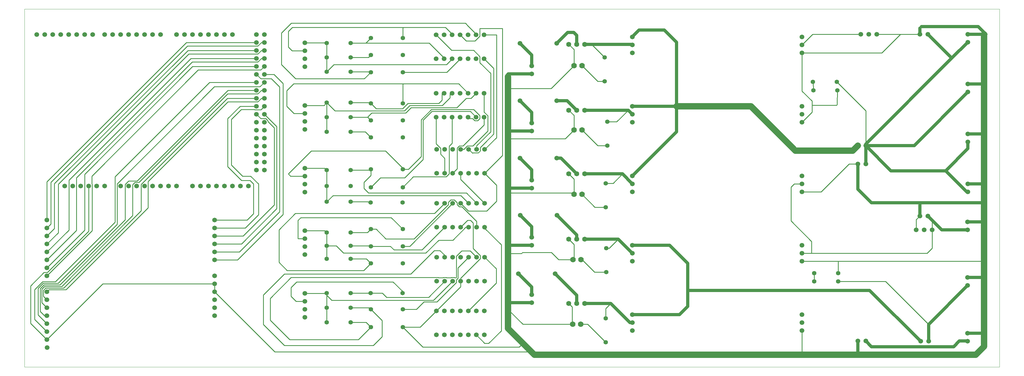
<source format=gbl>
%FSLAX43Y43*%
%MOMM*%
G71*
G01*
G75*
G04 Layer_Physical_Order=2*
G04 Layer_Color=16711680*
%ADD10C,0.250*%
%ADD11C,0.254*%
%ADD12C,0.100*%
%ADD13C,1.500*%
%ADD14C,1.500*%
%ADD15C,1.400*%
%ADD16C,1.778*%
%ADD17C,1.600*%
%ADD18C,1.000*%
%ADD19C,2.000*%
D10*
X153775Y56700D02*
X154005Y56930D01*
X153775Y38900D02*
X153960Y38715D01*
X175437Y102800D02*
X175600D01*
X99100Y38600D02*
X101400Y36300D01*
X96090Y38600D02*
X99100D01*
X95520Y43370D02*
X96090Y42800D01*
X95520Y43370D02*
X95520D01*
X95450Y63340D02*
X96090Y62700D01*
X95450Y63340D02*
Y63340D01*
X95200Y83310D02*
X96090Y84200D01*
Y94000D02*
X98390Y96300D01*
X96090Y52600D02*
X98090Y54600D01*
X96090Y94000D02*
Y98600D01*
Y103200D01*
Y74900D02*
Y79550D01*
Y84200D01*
Y52600D02*
Y57650D01*
Y62700D01*
Y34400D02*
Y38600D01*
Y42800D01*
Y22810D02*
X97700Y21200D01*
X96090Y18850D02*
Y22810D01*
Y14200D02*
Y18850D01*
X146320Y61690D02*
X151973Y67343D01*
Y107827D01*
X144727D02*
X151973D01*
X144727Y105353D02*
Y107827D01*
X143274Y103900D02*
X144727Y105353D01*
X140440Y103900D02*
X143274D01*
X138520Y105820D02*
X140440Y103900D01*
X126143Y78756D02*
X129387Y82000D01*
X122889Y82600D02*
X137470D01*
X129387Y82000D02*
X130104D01*
X126143Y67043D02*
Y78039D01*
X122100Y63000D02*
X126143Y67043D01*
Y78039D02*
Y78756D01*
X129500Y81400D02*
X141790D01*
X126700Y78600D02*
X129500Y81400D01*
X126700Y66100D02*
Y78600D01*
X130104Y82000D02*
X142784D01*
X141790Y81400D02*
X143600Y79590D01*
X142784Y82000D02*
X144727Y80057D01*
X132800Y83300D02*
X135260Y85760D01*
X122523Y83300D02*
X132800D01*
X138700Y44520D02*
X140880Y46700D01*
X141800D01*
X142653Y45847D01*
Y37698D02*
Y45847D01*
Y37698D02*
X144907Y35444D01*
Y34503D02*
Y35444D01*
X138700Y28296D02*
X144907Y34503D01*
X138700Y27350D02*
Y28296D01*
X128710Y103200D02*
X133620Y98290D01*
X128710Y103200D02*
X133575Y98335D01*
X133620Y98290D01*
X128710Y103200D02*
X133620Y98290D01*
X140736Y108954D02*
X143780Y105910D01*
X135033Y61509D02*
Y62157D01*
X140803Y79847D02*
X141527Y79123D01*
X120500Y90200D02*
X137350D01*
X133870Y108200D02*
X136160Y105910D01*
X136115Y105955D02*
X136160Y105910D01*
X133870Y108200D02*
X136160Y105910D01*
X133870Y108200D02*
X136115Y105955D01*
X134170Y96300D02*
X136025Y98155D01*
X134170Y96300D02*
X136160Y98290D01*
X134170Y96300D02*
X136160Y98290D01*
X136025Y98155D02*
X136160Y98290D01*
X144907Y69930D02*
X146677Y71700D01*
X132720Y85020D02*
Y87210D01*
X109620Y23500D02*
X110120Y24000D01*
X109620Y23500D02*
X110120Y24000D01*
Y57250D02*
X113170Y60300D01*
X243700Y46500D02*
Y57300D01*
X159900Y4800D02*
X160550Y5450D01*
X134250Y93900D02*
X138640Y98290D01*
X60400Y23940D02*
X79540Y4800D01*
X24890Y26480D02*
X60400D01*
X136025Y98155D02*
X136160Y98290D01*
X134170Y96300D02*
X136025Y98155D01*
X133870Y108200D02*
X136115Y105955D01*
X136160Y105910D01*
X135260Y85760D02*
Y87210D01*
X135033Y61509D02*
Y70333D01*
X143735Y105955D02*
X143780Y105910D01*
X133575Y98335D02*
X133620Y98290D01*
X128710Y103200D02*
X133575Y98335D01*
X130940Y17800D02*
X138700Y25560D01*
Y27350D01*
X122800Y29600D02*
X130300Y37100D01*
X132100D01*
X133620Y35580D01*
X150000Y26700D02*
Y31290D01*
X141100Y17800D02*
X150000Y26700D01*
X146320Y34970D02*
X150000Y31290D01*
X146320Y44180D02*
X151600Y38900D01*
Y11500D02*
Y38900D01*
X147600Y7500D02*
X151600Y11500D01*
X143640Y10180D02*
X146320Y7500D01*
X147600D01*
X146320Y44180D02*
Y44520D01*
X139000Y37000D02*
X141750D01*
X137287Y35287D02*
X139000Y37000D01*
X137287Y28477D02*
Y35287D01*
X137791Y31521D02*
X141240Y34970D01*
X137791Y28268D02*
Y31521D01*
X137287Y27764D02*
X137791Y28268D01*
X137287Y26883D02*
Y27764D01*
X131100Y20696D02*
X137287Y26883D01*
X126966Y20696D02*
X131100D01*
X124620Y18350D02*
X126966Y20696D01*
X120280Y18350D02*
X124620D01*
X141750Y37000D02*
X143780Y34970D01*
X137210Y28400D02*
X137287Y28477D01*
X136704Y28400D02*
X137210D01*
X128470Y22200D02*
X133620Y27350D01*
X115100Y22200D02*
X128470D01*
X113800Y23500D02*
X115100Y22200D01*
X110020Y23500D02*
X113800D01*
X130010Y21200D02*
X136160Y27350D01*
X97700Y21200D02*
X130010D01*
X133620Y34970D02*
Y35580D01*
X82600Y29600D02*
X122800D01*
X75900Y22900D02*
X82600Y29600D01*
X75900Y13500D02*
Y22900D01*
Y13500D02*
X82600Y6800D01*
X110900D01*
X113700Y9600D01*
Y14770D01*
X110120Y18350D02*
X113700Y14770D01*
X78100Y21800D02*
X84777Y28477D01*
X131547D01*
X131624Y28400D02*
X133076D01*
X131547Y28477D02*
X131624Y28400D01*
X134164D02*
X135616D01*
X134087Y28477D02*
X134164Y28400D01*
X133153Y28477D02*
X134087D01*
X133076Y28400D02*
X133153Y28477D01*
X136627D02*
X136704Y28400D01*
X135693Y28477D02*
X136627D01*
X135616Y28400D02*
X135693Y28477D01*
X131700Y40400D02*
X136174D01*
X127600Y36300D02*
X131700Y40400D01*
X101400Y36300D02*
X127600D01*
X136174Y40400D02*
X140294Y44520D01*
X141240D01*
X78100Y14900D02*
Y21800D01*
Y14900D02*
X84300Y8700D01*
X106120D01*
X110120Y12700D01*
X117180Y27100D02*
X120280Y24000D01*
Y12700D02*
X125840D01*
X130940Y17800D01*
X137573Y51673D02*
Y52321D01*
X136627Y53267D02*
X137573Y52321D01*
X139114Y51013D02*
X140931Y49196D01*
X138233Y51013D02*
X139114D01*
X137573Y51673D02*
X138233Y51013D01*
X146320Y61690D02*
X150100Y57910D01*
Y52800D02*
Y57910D01*
X147000Y49700D02*
X150100Y52800D01*
X141140Y49700D02*
X147000D01*
X138700Y52140D02*
X141140Y49700D01*
X141527Y79123D02*
X142473D01*
X143133Y78463D01*
X144067D01*
X137573Y63103D02*
Y69777D01*
X138233Y70437D02*
X139437D01*
X146140Y77140D01*
X137573Y69777D02*
X138233Y70437D01*
X146140Y77140D02*
Y79590D01*
X140773Y70437D02*
X142537D01*
X139646Y69310D02*
X140773Y70437D01*
X138700Y69310D02*
X139646D01*
X144727Y79123D02*
Y80057D01*
X144067Y78463D02*
X144727Y79123D01*
X142537Y70437D02*
X147267Y75167D01*
X121900Y84000D02*
X131700D01*
X247100Y3900D02*
X247200Y4000D01*
X60400Y44240D02*
X70140D01*
X68900Y82000D02*
X73176D01*
X73253Y81923D01*
X75133D01*
X76260Y83050D01*
X70780Y46780D02*
X72800Y48800D01*
X60400Y46780D02*
X70780D01*
X64600Y63800D02*
Y79100D01*
X68550Y83050D01*
X73720D01*
X60400Y41700D02*
X69500D01*
X79400Y51600D01*
Y76200D01*
X77387Y78213D02*
X79400Y76200D01*
X77387Y78213D02*
Y78437D01*
X76727Y79097D02*
X77387Y78437D01*
X75133Y79097D02*
X76727D01*
X73720Y80510D02*
X75133Y79097D01*
X76260Y80510D02*
X80200Y76570D01*
X78503Y91797D02*
X81100Y89200D01*
X67680Y34080D02*
X82200Y48600D01*
Y90300D01*
X79290Y93210D02*
X82200Y90300D01*
X75133Y91797D02*
X78503D01*
X73720Y93210D02*
X75133Y91797D01*
X60400Y34080D02*
X67680D01*
X76260Y93210D02*
X79290D01*
X39300Y50700D02*
Y59100D01*
X13200Y24600D02*
X39300Y50700D01*
X7770Y24600D02*
X13200D01*
X37033Y49733D02*
Y58117D01*
X12404Y25104D02*
X37033Y49733D01*
X6680Y25104D02*
X12404D01*
X34400Y48200D02*
Y58024D01*
X11808Y25608D02*
X34400Y48200D01*
X6334Y25608D02*
X11808D01*
X31953Y46853D02*
Y58117D01*
X11212Y26112D02*
X31953Y46853D01*
X6125Y26112D02*
X11212D01*
X29413Y45413D02*
Y58304D01*
X10616Y26616D02*
X29413Y45413D01*
X5916Y26616D02*
X10616D01*
X28800Y46100D02*
Y60600D01*
X9820Y27120D02*
X28800Y46100D01*
X5707Y27120D02*
X9820D01*
X305070Y28470D02*
X305100Y28500D01*
X284700Y51500D02*
X285500Y52300D01*
X284700Y107900D02*
X285200Y108400D01*
X264900Y3900D02*
X264960Y3960D01*
X283560Y43660D02*
Y46960D01*
X284700Y48100D01*
X284660Y105960D02*
X284700Y106000D01*
X247200Y4000D02*
Y11560D01*
X305085Y33685D02*
X305100Y33700D01*
X247200Y55810D02*
X253310D01*
X247200Y77935D02*
X250400Y81135D01*
X247200Y87900D02*
X250400Y84700D01*
X247200Y87900D02*
Y100060D01*
X272600D01*
X278500Y105960D01*
X271040D02*
X278500D01*
X284660D01*
X258710Y27200D02*
X273830D01*
X287500Y13530D01*
X258710Y29900D02*
Y33575D01*
X258600Y33685D02*
X258710Y33575D01*
X247200Y33685D02*
X258600D01*
X251090Y27200D02*
Y29900D01*
X258310Y90800D02*
X267500Y81610D01*
Y70500D02*
Y71025D01*
Y81610D01*
X258410Y83610D02*
X258510Y88100D01*
X258200Y83400D02*
X258410Y83610D01*
X250400Y83400D02*
X258200D01*
X250400Y81135D02*
Y83400D01*
Y84700D01*
X250790Y90700D02*
X250890Y88100D01*
X250690Y90800D02*
X250790Y90700D01*
X288640Y43660D02*
Y46700D01*
Y37840D02*
Y43660D01*
X287025Y36225D02*
X288640Y37840D01*
X244750Y58350D02*
X247200D01*
X243700Y57300D02*
X244750Y58350D01*
X243700Y46500D02*
X250300Y39900D01*
Y36225D02*
Y39900D01*
X247200Y36225D02*
X250300D01*
X287025D01*
X247200Y102600D02*
X250560Y105960D01*
X253310Y55810D02*
X262200Y64700D01*
X264960D01*
X184800Y15510D02*
Y18600D01*
X186400Y20200D01*
X176670Y13600D02*
X179090D01*
X184800Y7890D01*
X174130Y13600D02*
Y19130D01*
X173060Y20200D02*
X174130Y19130D01*
X185000Y37810D02*
X185935D01*
X188825Y40700D01*
X181280Y30190D02*
X185000D01*
X177270Y34200D02*
X181280Y30190D01*
X174730Y34200D02*
Y39030D01*
X173060Y40700D02*
X174730Y39030D01*
X184800Y58510D02*
X187160D01*
X190150Y61500D01*
X181380Y50890D02*
X184800D01*
X177270Y55000D02*
X181380Y50890D01*
X182280Y70490D02*
X185300D01*
X177270Y75500D02*
X182280Y70490D01*
X174730Y55000D02*
Y59830D01*
X173060Y61500D02*
X174730Y59830D01*
Y75500D02*
Y80130D01*
X173060Y81800D02*
X174730Y80130D01*
X185300Y78110D02*
X188285D01*
X191975Y81800D01*
X178140Y102800D02*
X180310D01*
X184500Y98610D01*
X182280Y90990D02*
X184500D01*
X177270Y96000D02*
X182280Y90990D01*
X174730Y96000D02*
Y101130D01*
X173060Y102800D02*
X174730Y101130D01*
X167430Y88700D02*
X174730Y96000D01*
X153775Y88700D02*
X167430D01*
X171930Y72700D02*
X174730Y75500D01*
X153775Y72700D02*
X171930D01*
X173060Y61060D02*
Y61500D01*
X174330Y55400D02*
X174730Y55000D01*
X169794Y34200D02*
X174730D01*
X167517Y36477D02*
X169794Y34200D01*
X158390Y36477D02*
X167517D01*
X158013Y36100D02*
X158390Y36477D01*
X153775Y36100D02*
X158013D01*
X158475Y13600D02*
X174130D01*
X153775Y18300D02*
X158475Y13600D01*
X89100Y103280D02*
X96010D01*
X103710Y98600D02*
X109370D01*
X110120Y99350D01*
X103710Y94000D02*
X110020D01*
X110120Y93900D01*
X89100Y83310D02*
X95200D01*
X103710Y84200D02*
X109920D01*
X110120Y84000D01*
X103710Y79550D02*
X109120D01*
X110120Y78550D01*
X103710Y74900D02*
X108320D01*
X110120Y73100D01*
X103710Y62700D02*
X109820D01*
X110120Y63000D01*
X109720Y57650D02*
X110120Y57250D01*
X103710Y52600D02*
X109020D01*
X110020Y52400D01*
X89100Y43370D02*
X95520D01*
X89100Y63340D02*
X95450D01*
X103710Y42800D02*
X109020D01*
X110120Y43900D01*
X103710Y38600D02*
X109970D01*
X110120Y38450D01*
X103710Y34400D02*
X108720D01*
X110120Y33000D01*
X89100Y23400D02*
X95990D01*
X103710Y23500D02*
X109620D01*
Y18850D02*
X110120Y18350D01*
X103710Y14200D02*
X108620D01*
X110120Y12700D01*
X85060Y100740D02*
X89100D01*
X83900Y101900D02*
X85060Y100740D01*
X120280Y104800D02*
Y107980D01*
X120500Y108200D01*
X133870D01*
X83900Y101900D02*
Y106900D01*
X85200Y108200D01*
X120500D01*
X98390Y96300D02*
X134170D01*
X81700Y96300D02*
X86200Y91800D01*
X108020D01*
X110120Y93900D01*
X85630Y80770D02*
X89100D01*
X83400Y83000D02*
X85630Y80770D01*
X83400Y83000D02*
Y88000D01*
X85600Y90200D01*
X120280Y84000D02*
Y89980D01*
X120500Y90200D01*
X85600D02*
X120500D01*
X131700Y84000D02*
X132720Y85020D01*
X109120Y79550D02*
Y79620D01*
X103710Y18850D02*
X109620D01*
X137350Y90200D02*
X138070D01*
X141060Y87210D01*
X103710Y103200D02*
X108520D01*
X110120Y104800D01*
X108520Y103200D02*
X128710D01*
X146140Y105820D02*
X150080D01*
X146140Y98200D02*
X149200Y95140D01*
X130900Y105820D02*
X135820Y100900D01*
X142800D01*
X144800Y98900D01*
Y96900D02*
Y98900D01*
Y96900D02*
X148200Y93500D01*
X141240Y69310D02*
X142450Y68100D01*
X142533Y68183D01*
X143780Y69310D02*
Y70480D01*
X148200Y74900D01*
Y93500D01*
X146320Y69310D02*
X150080Y73070D01*
Y105820D01*
X120280Y57250D02*
X123593Y60563D01*
X134087D01*
X135033Y61509D01*
X133620Y61690D02*
Y66480D01*
X138700Y59760D02*
Y61690D01*
Y59760D02*
X146320Y52140D01*
X120280Y38450D02*
X122470D01*
X136160Y52140D01*
X74187Y102243D02*
X75314Y103370D01*
X76260D01*
X7100Y41700D02*
X9500Y44100D01*
X51930Y100830D02*
X73720D01*
X7100Y39160D02*
X10700Y42760D01*
Y58200D01*
X52203Y99703D01*
X74187D01*
X75314Y100830D01*
X76260D01*
X9500Y44100D02*
Y58400D01*
X51930Y100830D01*
X7100Y44240D02*
X8400Y45540D01*
X51843Y102243D02*
X74187D01*
X8400Y45540D02*
Y58800D01*
X51843Y102243D01*
X51470Y103370D02*
X73720D01*
X7100Y59000D02*
X51470Y103370D01*
X7100Y46780D02*
Y59000D01*
Y36620D02*
X14100Y43620D01*
Y59500D01*
X52890Y98290D01*
X73720D01*
X7100Y34080D02*
X16500Y43480D01*
Y60300D01*
X53363Y97163D01*
X74187D01*
X75314Y98290D01*
X76260D01*
X19100Y61400D02*
X53450Y95750D01*
X73720D01*
X21400Y58331D02*
X21507Y58224D01*
X21400Y58331D02*
Y60800D01*
X55200Y94600D01*
X75110D01*
X76260Y95750D01*
X74187Y84463D02*
X75314Y85590D01*
X76260D01*
X74187Y87003D02*
X75314Y88130D01*
X76260D01*
X6320Y16310D02*
X7100D01*
X74847Y89257D02*
X76260Y90670D01*
X39300Y59100D02*
X64663Y84463D01*
X74187D01*
X37033Y58117D02*
X64506Y85590D01*
X73720D01*
X34400Y58024D02*
X35153Y58777D01*
X36377D01*
X64603Y87003D01*
X74187D01*
X31953Y58117D02*
X33117Y59281D01*
X35781D01*
X64630Y88130D01*
X73720D01*
X60366Y89257D02*
X74847D01*
X29413Y58304D02*
X60366Y89257D01*
X5973Y22517D02*
X7100Y21390D01*
X5973Y22517D02*
Y24397D01*
X5469Y20481D02*
X7100Y18850D01*
X4965Y17665D02*
X6320Y16310D01*
X4300Y16570D02*
X7100Y13770D01*
X4300Y16570D02*
Y25000D01*
X4965Y17665D02*
Y24952D01*
X5469Y20481D02*
Y24743D01*
X1900Y13890D02*
Y25833D01*
Y13890D02*
X7100Y8690D01*
Y23930D02*
X7770Y24600D01*
X5973Y24397D02*
X6680Y25104D01*
X5469Y24743D02*
X6334Y25608D01*
X4965Y24952D02*
X6125Y26112D01*
X4300Y25000D02*
X5916Y26616D01*
X3200Y15130D02*
X7100Y11230D01*
X3200Y15130D02*
Y24613D01*
X5707Y27120D01*
X28800Y60600D02*
X58870Y90670D01*
X73720D01*
X21507Y43407D02*
Y58224D01*
X7100Y29000D02*
X21507Y43407D01*
X6194Y30127D02*
X7281D01*
X19100Y43540D02*
Y61400D01*
X7100Y31540D02*
X19100Y43540D01*
X250560Y105960D02*
X265960D01*
X7100Y8690D02*
X24890Y26480D01*
X1900Y25833D02*
X6194Y30127D01*
X7281D02*
X20380Y43226D01*
X60400Y23940D02*
Y26480D01*
X79540Y4800D02*
X159900D01*
X20380Y43226D02*
Y57650D01*
X120280Y93900D02*
X134250D01*
X153775Y55400D02*
X174330D01*
X258600Y33685D02*
X305085D01*
X304940Y10740D02*
X305100Y10900D01*
X304900Y46200D02*
X305100Y46400D01*
X304860Y58340D02*
X305100Y58100D01*
X120280Y12700D02*
X126680Y6300D01*
X157300D01*
X158500Y7500D01*
X84600Y60800D02*
X89100D01*
X83900Y61500D02*
X84600Y60800D01*
X83900Y61500D02*
X91200Y68800D01*
X114800D01*
X120280Y63320D01*
Y63000D02*
Y63320D01*
X86970Y40830D02*
X89100D01*
X86970D02*
Y46670D01*
X87900Y47600D01*
X116580D01*
X120280Y43900D01*
X130900Y71084D02*
Y79590D01*
X146140Y81184D02*
Y87210D01*
Y81184D02*
X147267Y80057D01*
Y75167D02*
Y80057D01*
X136160Y61690D02*
X137573Y63103D01*
X135033Y70333D02*
X135980Y71280D01*
Y79590D01*
X132300Y67800D02*
X133620Y66480D01*
X132300Y67800D02*
Y69684D01*
X130900Y71084D02*
X132300Y69684D01*
X146677Y71700D02*
X149200Y74223D01*
Y95140D01*
X144247Y68183D02*
X144907Y68843D01*
X142533Y68183D02*
X144247D01*
X144907Y68843D02*
Y69930D01*
X140449Y85579D02*
X141969D01*
X143600Y87210D01*
X113170Y60300D02*
X120900D01*
X126700Y66100D01*
X120280Y63000D02*
X122100D01*
X137470Y82600D02*
X140449Y85579D01*
X107820Y30700D02*
X110120Y33000D01*
X83500Y30700D02*
X107820D01*
X80900Y33300D02*
X83500Y30700D01*
X80900Y33300D02*
Y43700D01*
X86100Y48900D01*
X130380D01*
X133620Y52140D01*
X110120Y38450D02*
X116350D01*
X117500Y37300D01*
X126400D01*
X133620Y44520D01*
X110120Y43900D02*
X111800D01*
X114900Y40800D01*
X123874D01*
X134747Y51673D01*
X140520Y55400D02*
X143780Y52140D01*
X98090Y54600D02*
X138780D01*
X141240Y52140D01*
X134747Y52457D02*
X135557Y53267D01*
X136627D01*
X134747Y51673D02*
Y52457D01*
X65800Y64300D02*
X69300Y60800D01*
X65800Y64300D02*
Y78900D01*
X68900Y82000D01*
X69300Y60800D02*
X71900D01*
X70140Y44240D02*
X74400Y48500D01*
Y58300D01*
X71900Y60800D02*
X74400Y58300D01*
X72800Y48800D02*
Y58300D01*
X64600Y63800D02*
X69000Y59400D01*
X71700D01*
X72800Y58300D01*
X60400Y39160D02*
X68960D01*
X80200Y50400D01*
Y76570D01*
X60400Y36620D02*
X68320D01*
X81100Y49400D01*
Y89200D01*
X86340Y20860D02*
X89100D01*
X84700Y22500D02*
X86340Y20860D01*
X84700Y22500D02*
Y25300D01*
X86500Y27100D01*
X117180D01*
X140931Y49196D02*
X143780Y46347D01*
Y44520D02*
Y46347D01*
X140190Y109500D02*
X143780Y105910D01*
X81700Y96300D02*
Y106400D01*
X84800Y109500D01*
X140190D01*
X121189Y80900D02*
X122889Y82600D01*
X109120Y79620D02*
X110400Y80900D01*
X96090Y84200D02*
X98690Y81600D01*
X120823D02*
X122523Y83300D01*
X110120Y84000D02*
X111820Y82300D01*
X110400Y80900D02*
X121189D01*
X98690Y81600D02*
X120823D01*
X111820Y82300D02*
X120200D01*
X121900Y84000D01*
X107900Y58800D02*
X110120Y61020D01*
Y63000D01*
X107900Y56900D02*
Y58800D01*
Y56900D02*
X109400Y55400D01*
X140520D01*
X304987Y90113D02*
X305100Y90000D01*
D12*
X-0Y-0D02*
Y114000D01*
Y-0D02*
X310000D01*
Y114000D01*
X-0D02*
X310000D01*
D13*
X146320Y34970D02*
D03*
X143780D02*
D03*
X141240D02*
D03*
X138700D02*
D03*
X136160D02*
D03*
X133620D02*
D03*
X131080D02*
D03*
X146320Y27350D02*
D03*
X143780D02*
D03*
X141240D02*
D03*
X138700D02*
D03*
X136160D02*
D03*
X133620D02*
D03*
X131080D02*
D03*
X146320Y52140D02*
D03*
X143780D02*
D03*
X141240D02*
D03*
X138700D02*
D03*
X136160D02*
D03*
X133620D02*
D03*
X131080D02*
D03*
X146320Y44520D02*
D03*
X143780D02*
D03*
X141240D02*
D03*
X138700D02*
D03*
X136160D02*
D03*
X133620D02*
D03*
X131080D02*
D03*
X146140Y87210D02*
D03*
X143600D02*
D03*
X141060D02*
D03*
X138520D02*
D03*
X135980D02*
D03*
X133440D02*
D03*
X130900D02*
D03*
X146140Y79590D02*
D03*
X143600D02*
D03*
X141060D02*
D03*
X138520D02*
D03*
X135980D02*
D03*
X133440D02*
D03*
X130900D02*
D03*
X146140Y105820D02*
D03*
X143600D02*
D03*
X141060D02*
D03*
X138520D02*
D03*
X135980D02*
D03*
X133440D02*
D03*
X130900D02*
D03*
X146140Y98200D02*
D03*
X143600D02*
D03*
X141060D02*
D03*
X138520D02*
D03*
X135980D02*
D03*
X133440D02*
D03*
X130900D02*
D03*
X146180Y17800D02*
D03*
X143640D02*
D03*
X141100D02*
D03*
X138560D02*
D03*
X136020D02*
D03*
X133480D02*
D03*
X130940D02*
D03*
X146180Y10180D02*
D03*
X143640D02*
D03*
X141100D02*
D03*
X138560D02*
D03*
X136020D02*
D03*
X133480D02*
D03*
X130940D02*
D03*
X146320Y69310D02*
D03*
X143780D02*
D03*
X141240D02*
D03*
X138700D02*
D03*
X136160D02*
D03*
X133620D02*
D03*
X131080D02*
D03*
X146320Y61690D02*
D03*
X143780D02*
D03*
X141240D02*
D03*
X138700D02*
D03*
X136160D02*
D03*
X133620D02*
D03*
X131080D02*
D03*
D14*
X287240Y106000D02*
D03*
X284700D02*
D03*
X287240Y48100D02*
D03*
X284700D02*
D03*
X299900Y43660D02*
D03*
Y46200D02*
D03*
X267500Y64700D02*
D03*
X264960D02*
D03*
X267500Y8240D02*
D03*
X264960D02*
D03*
X299900Y8200D02*
D03*
Y10740D02*
D03*
Y25930D02*
D03*
Y28470D02*
D03*
X89100Y95660D02*
D03*
Y98200D02*
D03*
Y100740D02*
D03*
Y103280D02*
D03*
Y75690D02*
D03*
Y78230D02*
D03*
Y80770D02*
D03*
Y83310D02*
D03*
Y55720D02*
D03*
Y58260D02*
D03*
Y60800D02*
D03*
Y63340D02*
D03*
Y35750D02*
D03*
Y38290D02*
D03*
Y40830D02*
D03*
Y43370D02*
D03*
Y15780D02*
D03*
Y18320D02*
D03*
Y20860D02*
D03*
Y23400D02*
D03*
X161300Y77685D02*
D03*
Y75145D02*
D03*
Y59470D02*
D03*
Y56930D02*
D03*
Y41255D02*
D03*
Y38715D02*
D03*
Y23040D02*
D03*
Y20500D02*
D03*
X288640Y43660D02*
D03*
X286100D02*
D03*
X283560D02*
D03*
X284960Y8200D02*
D03*
X287500D02*
D03*
X265960Y105960D02*
D03*
X268500D02*
D03*
X271040D02*
D03*
X264960Y70500D02*
D03*
X267500D02*
D03*
X7200Y6150D02*
D03*
X7100Y23930D02*
D03*
Y21390D02*
D03*
Y18850D02*
D03*
Y16310D02*
D03*
Y13770D02*
D03*
Y11230D02*
D03*
Y8690D02*
D03*
X60400Y34080D02*
D03*
Y36620D02*
D03*
Y39160D02*
D03*
Y41700D02*
D03*
Y44240D02*
D03*
Y46780D02*
D03*
X7100Y29000D02*
D03*
Y31540D02*
D03*
Y34080D02*
D03*
Y36620D02*
D03*
Y39160D02*
D03*
Y41700D02*
D03*
Y44240D02*
D03*
Y46780D02*
D03*
X157575Y103100D02*
D03*
X169225D02*
D03*
X157575Y84825D02*
D03*
X169225D02*
D03*
X157575Y66550D02*
D03*
X169225D02*
D03*
X157675Y48300D02*
D03*
X169325D02*
D03*
X157075Y29700D02*
D03*
X168725D02*
D03*
X60400Y29020D02*
D03*
Y26480D02*
D03*
Y23940D02*
D03*
Y21400D02*
D03*
Y18860D02*
D03*
Y16320D02*
D03*
X300000Y103460D02*
D03*
Y106000D02*
D03*
Y87573D02*
D03*
Y90113D02*
D03*
Y71687D02*
D03*
Y74227D02*
D03*
X73720Y105910D02*
D03*
X76260D02*
D03*
X73720Y103370D02*
D03*
X76260D02*
D03*
X73720Y100830D02*
D03*
X76260D02*
D03*
X73720Y98290D02*
D03*
X76260D02*
D03*
X73720Y95750D02*
D03*
X76260D02*
D03*
X73720Y93210D02*
D03*
X76260D02*
D03*
X73720Y90670D02*
D03*
X76260D02*
D03*
X73720Y88130D02*
D03*
X76260D02*
D03*
X73720Y85590D02*
D03*
X76260D02*
D03*
X73720Y83050D02*
D03*
X76260D02*
D03*
X73720Y80510D02*
D03*
X76260D02*
D03*
X73720Y77970D02*
D03*
X76260D02*
D03*
X73720Y75430D02*
D03*
X76260D02*
D03*
X73720Y72890D02*
D03*
X76260D02*
D03*
X73720Y70350D02*
D03*
X76260D02*
D03*
X73720Y67810D02*
D03*
X76260D02*
D03*
X73720Y65270D02*
D03*
X76260D02*
D03*
X73720Y62730D02*
D03*
X76260D02*
D03*
X48320Y57650D02*
D03*
X45780D02*
D03*
X43240D02*
D03*
X40700D02*
D03*
X38160D02*
D03*
X35620D02*
D03*
X33080D02*
D03*
X30540D02*
D03*
X71180D02*
D03*
X68640D02*
D03*
X66100D02*
D03*
X63560D02*
D03*
X61020D02*
D03*
X58480D02*
D03*
X55940D02*
D03*
X53400D02*
D03*
X21650Y105910D02*
D03*
X19110D02*
D03*
X16570D02*
D03*
X14030D02*
D03*
X11490D02*
D03*
X8950D02*
D03*
X6410D02*
D03*
X3870D02*
D03*
X43240D02*
D03*
X40700D02*
D03*
X38160D02*
D03*
X35620D02*
D03*
X33080D02*
D03*
X30540D02*
D03*
X28000D02*
D03*
X25460D02*
D03*
X12760Y57650D02*
D03*
X15300D02*
D03*
X17840D02*
D03*
X20380D02*
D03*
X22920D02*
D03*
X25460D02*
D03*
X48320Y105910D02*
D03*
X50860D02*
D03*
X53400D02*
D03*
X55940D02*
D03*
X58480D02*
D03*
X61020D02*
D03*
X63560D02*
D03*
X66100D02*
D03*
X300000Y55800D02*
D03*
Y58340D02*
D03*
X247200Y100060D02*
D03*
Y102600D02*
D03*
Y105140D02*
D03*
X193300Y100060D02*
D03*
Y102600D02*
D03*
Y105140D02*
D03*
X247200Y77935D02*
D03*
Y80475D02*
D03*
Y83015D02*
D03*
X193300Y77935D02*
D03*
Y80475D02*
D03*
Y83015D02*
D03*
X247200Y55810D02*
D03*
Y58350D02*
D03*
Y60890D02*
D03*
X193300Y55810D02*
D03*
Y58350D02*
D03*
Y60890D02*
D03*
X247200Y33685D02*
D03*
Y36225D02*
D03*
Y38765D02*
D03*
X193300Y33685D02*
D03*
Y36225D02*
D03*
Y38765D02*
D03*
X247200Y11560D02*
D03*
Y14100D02*
D03*
Y16640D02*
D03*
X193300Y11560D02*
D03*
Y14100D02*
D03*
Y16640D02*
D03*
X161300Y95900D02*
D03*
Y93360D02*
D03*
D15*
X184500Y98610D02*
D03*
Y90990D02*
D03*
X185300Y78110D02*
D03*
Y70490D02*
D03*
X184800Y58510D02*
D03*
Y50890D02*
D03*
X185000Y37810D02*
D03*
Y30190D02*
D03*
X184800Y15510D02*
D03*
Y7890D02*
D03*
X258310Y90800D02*
D03*
X250690D02*
D03*
X250890Y88100D02*
D03*
X258510D02*
D03*
X251090Y27200D02*
D03*
X258710D02*
D03*
Y29900D02*
D03*
X251090D02*
D03*
X110120Y104800D02*
D03*
X120280D02*
D03*
X110120Y99350D02*
D03*
X120280D02*
D03*
X110120Y93900D02*
D03*
X120280D02*
D03*
X96090Y103200D02*
D03*
X103710D02*
D03*
X96090Y98600D02*
D03*
X103710D02*
D03*
X96090Y94000D02*
D03*
X103710D02*
D03*
X110120Y84000D02*
D03*
X120280D02*
D03*
X110120Y78550D02*
D03*
X120280D02*
D03*
X110120Y73100D02*
D03*
X120280D02*
D03*
X96090Y84200D02*
D03*
X103710D02*
D03*
X96090Y79550D02*
D03*
X103710D02*
D03*
X96090Y74900D02*
D03*
X103710D02*
D03*
X110120Y63000D02*
D03*
X120280D02*
D03*
X110120Y57250D02*
D03*
X120280D02*
D03*
X110020Y52400D02*
D03*
X120180D02*
D03*
X96090Y62700D02*
D03*
X103710D02*
D03*
X96090Y57650D02*
D03*
X103710D02*
D03*
X96090Y52600D02*
D03*
X103710D02*
D03*
X110120Y43900D02*
D03*
X120280D02*
D03*
X110120Y38450D02*
D03*
X120280D02*
D03*
X110120Y33000D02*
D03*
X120280D02*
D03*
X96090Y42800D02*
D03*
X103710D02*
D03*
X96090Y38600D02*
D03*
X103710D02*
D03*
X96090Y34400D02*
D03*
X103710D02*
D03*
X110020Y23500D02*
D03*
X120180D02*
D03*
X110120Y18350D02*
D03*
X120280D02*
D03*
X110120Y12700D02*
D03*
X120280D02*
D03*
X96090Y23500D02*
D03*
X103710D02*
D03*
X96090Y18850D02*
D03*
X103710D02*
D03*
X96090Y14200D02*
D03*
X103710D02*
D03*
D16*
X177270Y96000D02*
D03*
X174730D02*
D03*
X177270Y75500D02*
D03*
X174730D02*
D03*
Y55000D02*
D03*
X177270D02*
D03*
X176870Y13600D02*
D03*
X174330D02*
D03*
X176970Y34200D02*
D03*
X174430D02*
D03*
D17*
X178140Y102800D02*
D03*
X175600D02*
D03*
X173060D02*
D03*
X178140Y81800D02*
D03*
X175600D02*
D03*
X173060D02*
D03*
X178140Y61500D02*
D03*
X175600D02*
D03*
X173060D02*
D03*
X178140Y40700D02*
D03*
X175600D02*
D03*
X173060D02*
D03*
X178140Y20200D02*
D03*
X175600D02*
D03*
X173060D02*
D03*
D18*
X297240Y8240D02*
X299860D01*
X295450Y6450D02*
X297240Y8240D01*
X269290Y6450D02*
X295450D01*
X267500Y8240D02*
X269290Y6450D01*
X153300Y92800D02*
X153860Y93360D01*
X175600Y20200D02*
Y22825D01*
X168725Y29700D02*
X175600Y22825D01*
X157075Y29700D02*
X161300Y25475D01*
Y23040D02*
Y25475D01*
X175600Y40700D02*
Y42025D01*
X169325Y48300D02*
X175600Y42025D01*
X157675Y48300D02*
X161300Y44675D01*
Y41255D02*
Y44675D01*
X170550Y66550D02*
X175600Y61500D01*
X169225Y66550D02*
X170550D01*
X157575D02*
X161300Y62825D01*
Y59470D02*
Y62825D01*
X172575Y84825D02*
X175600Y81800D01*
X169225Y84825D02*
X172575D01*
X157575D02*
X161300Y81100D01*
Y77685D02*
Y81100D01*
X175600Y102800D02*
Y105600D01*
X174625Y106575D02*
X175600Y105600D01*
X172700Y106575D02*
X174625D01*
X169225Y103100D02*
X172700Y106575D01*
X157575Y103100D02*
X161300Y99375D01*
Y95900D02*
Y99375D01*
X153860Y93360D02*
X161300D01*
X154020Y75145D02*
X161300D01*
X154005Y56930D02*
X161300D01*
X153960Y38715D02*
X161300D01*
X153775Y20500D02*
X161300D01*
X178140Y102800D02*
X193100D01*
X193300Y102600D01*
X178140Y81800D02*
X191975D01*
X193300Y80475D01*
X178140Y61500D02*
X190150D01*
X193300Y58350D01*
X188825Y40700D02*
X193300Y36225D01*
X178140Y20200D02*
X186400D01*
X192500Y14100D01*
X193300D01*
Y105140D02*
Y105200D01*
X195400Y107300D01*
X203400D01*
X193300Y60890D02*
X207310Y74900D01*
X299935Y103460D02*
X300000D01*
X267500Y70500D02*
X282927D01*
X300000Y87573D01*
X267500Y70500D02*
X275500Y62500D01*
X292900D01*
X300000Y69600D01*
Y71687D01*
X292900Y62500D02*
X299600Y55800D01*
X300000D01*
X193300Y38765D02*
X205135D01*
X210900Y33000D01*
X208240Y16640D02*
X210900Y19300D01*
X193300Y16640D02*
X208240D01*
X210900Y24400D02*
X268760D01*
X284960Y8200D01*
X210900Y19300D02*
Y24400D01*
Y33000D01*
X287240Y106000D02*
X294815Y98425D01*
X294900D01*
X267500Y71025D02*
X294900Y98425D01*
X299935Y103460D01*
X267500Y64700D02*
Y70500D01*
X291680Y43660D02*
X299900D01*
X287500Y8200D02*
Y13530D01*
X299900Y25930D01*
X299860Y8240D02*
X299900Y8200D01*
X207310Y74900D02*
Y83005D01*
X193300Y83015D02*
X207300D01*
Y103400D01*
X203400Y107300D02*
X207300Y103400D01*
Y83015D02*
X207310Y83005D01*
X300000Y90113D02*
X304987D01*
X300000Y74227D02*
X304873D01*
X300000Y58340D02*
X304860D01*
X299900Y46200D02*
X304900D01*
X299900Y10740D02*
X304940D01*
X284700Y48100D02*
Y51500D01*
Y106000D02*
Y107900D01*
X264960Y56640D02*
Y64700D01*
Y56640D02*
X269300Y52300D01*
X285500D01*
X264960Y3960D02*
Y8240D01*
X285200Y108400D02*
X303300D01*
X305700Y106000D01*
X287240Y48100D02*
X288640Y46700D01*
X291680Y43660D01*
X178140Y40700D02*
X188825D01*
X299900Y28470D02*
X305070D01*
X285500Y52300D02*
X305100D01*
X300000Y106000D02*
X305700D01*
D19*
X153775Y72700D02*
Y88700D01*
Y55400D02*
Y56700D01*
Y38900D02*
Y55400D01*
Y36100D02*
Y38900D01*
Y20500D02*
Y36100D01*
Y18300D02*
Y20500D01*
Y12225D02*
Y18300D01*
Y88700D02*
Y92500D01*
X305100Y58100D02*
Y90000D01*
X160550Y5450D02*
X162100Y3900D01*
X247100D01*
X207300Y83015D02*
X231015D01*
X245130Y68900D01*
X263360D01*
X264960Y70500D01*
X305100Y10900D02*
Y28500D01*
X302500Y3900D02*
X305100Y6500D01*
Y46400D02*
Y52300D01*
Y58100D01*
X247100Y3900D02*
X264900D01*
X305100Y28500D02*
Y33700D01*
Y46400D01*
X153775Y56700D02*
Y72700D01*
X264900Y3900D02*
X302500D01*
X305100Y6500D02*
Y10900D01*
X153775Y12225D02*
X160550Y5450D01*
X305100Y90000D02*
Y106000D01*
M02*

</source>
